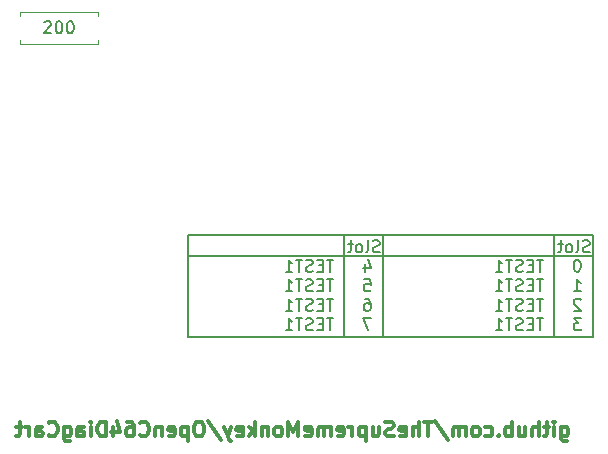
<source format=gbo>
G04 #@! TF.GenerationSoftware,KiCad,Pcbnew,(5.1.6)-1*
G04 #@! TF.CreationDate,2021-11-23T16:53:37-05:00*
G04 #@! TF.ProjectId,OpenC64Cart,4f70656e-4336-4344-9361-72742e6b6963,2*
G04 #@! TF.SameCoordinates,Original*
G04 #@! TF.FileFunction,Legend,Bot*
G04 #@! TF.FilePolarity,Positive*
%FSLAX46Y46*%
G04 Gerber Fmt 4.6, Leading zero omitted, Abs format (unit mm)*
G04 Created by KiCad (PCBNEW (5.1.6)-1) date 2021-11-23 16:53:37*
%MOMM*%
%LPD*%
G01*
G04 APERTURE LIST*
%ADD10C,0.150000*%
%ADD11C,0.300000*%
%ADD12C,0.120000*%
%ADD13O,1.600000X1.600000*%
%ADD14R,1.600000X1.600000*%
%ADD15C,1.600000*%
%ADD16R,1.800000X1.800000*%
%ADD17C,1.800000*%
%ADD18O,1.070000X1.800000*%
%ADD19R,1.070000X1.800000*%
%ADD20C,5.500000*%
%ADD21O,1.501140X2.199640*%
%ADD22C,1.998980*%
%ADD23R,58.420000X8.300000*%
%ADD24R,1.524000X8.000000*%
G04 APERTURE END LIST*
D10*
X93218000Y-102870000D02*
X93218000Y-111506000D01*
X110998000Y-102870000D02*
X110998000Y-111506000D01*
X96232023Y-104292761D02*
X96089166Y-104340380D01*
X95851071Y-104340380D01*
X95755833Y-104292761D01*
X95708214Y-104245142D01*
X95660595Y-104149904D01*
X95660595Y-104054666D01*
X95708214Y-103959428D01*
X95755833Y-103911809D01*
X95851071Y-103864190D01*
X96041547Y-103816571D01*
X96136785Y-103768952D01*
X96184404Y-103721333D01*
X96232023Y-103626095D01*
X96232023Y-103530857D01*
X96184404Y-103435619D01*
X96136785Y-103388000D01*
X96041547Y-103340380D01*
X95803452Y-103340380D01*
X95660595Y-103388000D01*
X95089166Y-104340380D02*
X95184404Y-104292761D01*
X95232023Y-104197523D01*
X95232023Y-103340380D01*
X94565357Y-104340380D02*
X94660595Y-104292761D01*
X94708214Y-104245142D01*
X94755833Y-104149904D01*
X94755833Y-103864190D01*
X94708214Y-103768952D01*
X94660595Y-103721333D01*
X94565357Y-103673714D01*
X94422500Y-103673714D01*
X94327261Y-103721333D01*
X94279642Y-103768952D01*
X94232023Y-103864190D01*
X94232023Y-104149904D01*
X94279642Y-104245142D01*
X94327261Y-104292761D01*
X94422500Y-104340380D01*
X94565357Y-104340380D01*
X93946309Y-103673714D02*
X93565357Y-103673714D01*
X93803452Y-103340380D02*
X93803452Y-104197523D01*
X93755833Y-104292761D01*
X93660595Y-104340380D01*
X93565357Y-104340380D01*
X94993928Y-105323714D02*
X94993928Y-105990380D01*
X95232023Y-104942761D02*
X95470119Y-105657047D01*
X94851071Y-105657047D01*
X92327261Y-104990380D02*
X91755833Y-104990380D01*
X92041547Y-105990380D02*
X92041547Y-104990380D01*
X91422500Y-105466571D02*
X91089166Y-105466571D01*
X90946309Y-105990380D02*
X91422500Y-105990380D01*
X91422500Y-104990380D01*
X90946309Y-104990380D01*
X90565357Y-105942761D02*
X90422500Y-105990380D01*
X90184404Y-105990380D01*
X90089166Y-105942761D01*
X90041547Y-105895142D01*
X89993928Y-105799904D01*
X89993928Y-105704666D01*
X90041547Y-105609428D01*
X90089166Y-105561809D01*
X90184404Y-105514190D01*
X90374880Y-105466571D01*
X90470119Y-105418952D01*
X90517738Y-105371333D01*
X90565357Y-105276095D01*
X90565357Y-105180857D01*
X90517738Y-105085619D01*
X90470119Y-105038000D01*
X90374880Y-104990380D01*
X90136785Y-104990380D01*
X89993928Y-105038000D01*
X89708214Y-104990380D02*
X89136785Y-104990380D01*
X89422500Y-105990380D02*
X89422500Y-104990380D01*
X88279642Y-105990380D02*
X88851071Y-105990380D01*
X88565357Y-105990380D02*
X88565357Y-104990380D01*
X88660595Y-105133238D01*
X88755833Y-105228476D01*
X88851071Y-105276095D01*
X94946309Y-106640380D02*
X95422500Y-106640380D01*
X95470119Y-107116571D01*
X95422500Y-107068952D01*
X95327261Y-107021333D01*
X95089166Y-107021333D01*
X94993928Y-107068952D01*
X94946309Y-107116571D01*
X94898690Y-107211809D01*
X94898690Y-107449904D01*
X94946309Y-107545142D01*
X94993928Y-107592761D01*
X95089166Y-107640380D01*
X95327261Y-107640380D01*
X95422500Y-107592761D01*
X95470119Y-107545142D01*
X92327261Y-106640380D02*
X91755833Y-106640380D01*
X92041547Y-107640380D02*
X92041547Y-106640380D01*
X91422500Y-107116571D02*
X91089166Y-107116571D01*
X90946309Y-107640380D02*
X91422500Y-107640380D01*
X91422500Y-106640380D01*
X90946309Y-106640380D01*
X90565357Y-107592761D02*
X90422500Y-107640380D01*
X90184404Y-107640380D01*
X90089166Y-107592761D01*
X90041547Y-107545142D01*
X89993928Y-107449904D01*
X89993928Y-107354666D01*
X90041547Y-107259428D01*
X90089166Y-107211809D01*
X90184404Y-107164190D01*
X90374880Y-107116571D01*
X90470119Y-107068952D01*
X90517738Y-107021333D01*
X90565357Y-106926095D01*
X90565357Y-106830857D01*
X90517738Y-106735619D01*
X90470119Y-106688000D01*
X90374880Y-106640380D01*
X90136785Y-106640380D01*
X89993928Y-106688000D01*
X89708214Y-106640380D02*
X89136785Y-106640380D01*
X89422500Y-107640380D02*
X89422500Y-106640380D01*
X88279642Y-107640380D02*
X88851071Y-107640380D01*
X88565357Y-107640380D02*
X88565357Y-106640380D01*
X88660595Y-106783238D01*
X88755833Y-106878476D01*
X88851071Y-106926095D01*
X94993928Y-108290380D02*
X95184404Y-108290380D01*
X95279642Y-108338000D01*
X95327261Y-108385619D01*
X95422500Y-108528476D01*
X95470119Y-108718952D01*
X95470119Y-109099904D01*
X95422500Y-109195142D01*
X95374880Y-109242761D01*
X95279642Y-109290380D01*
X95089166Y-109290380D01*
X94993928Y-109242761D01*
X94946309Y-109195142D01*
X94898690Y-109099904D01*
X94898690Y-108861809D01*
X94946309Y-108766571D01*
X94993928Y-108718952D01*
X95089166Y-108671333D01*
X95279642Y-108671333D01*
X95374880Y-108718952D01*
X95422500Y-108766571D01*
X95470119Y-108861809D01*
X92327261Y-108290380D02*
X91755833Y-108290380D01*
X92041547Y-109290380D02*
X92041547Y-108290380D01*
X91422500Y-108766571D02*
X91089166Y-108766571D01*
X90946309Y-109290380D02*
X91422500Y-109290380D01*
X91422500Y-108290380D01*
X90946309Y-108290380D01*
X90565357Y-109242761D02*
X90422500Y-109290380D01*
X90184404Y-109290380D01*
X90089166Y-109242761D01*
X90041547Y-109195142D01*
X89993928Y-109099904D01*
X89993928Y-109004666D01*
X90041547Y-108909428D01*
X90089166Y-108861809D01*
X90184404Y-108814190D01*
X90374880Y-108766571D01*
X90470119Y-108718952D01*
X90517738Y-108671333D01*
X90565357Y-108576095D01*
X90565357Y-108480857D01*
X90517738Y-108385619D01*
X90470119Y-108338000D01*
X90374880Y-108290380D01*
X90136785Y-108290380D01*
X89993928Y-108338000D01*
X89708214Y-108290380D02*
X89136785Y-108290380D01*
X89422500Y-109290380D02*
X89422500Y-108290380D01*
X88279642Y-109290380D02*
X88851071Y-109290380D01*
X88565357Y-109290380D02*
X88565357Y-108290380D01*
X88660595Y-108433238D01*
X88755833Y-108528476D01*
X88851071Y-108576095D01*
X95517738Y-109940380D02*
X94851071Y-109940380D01*
X95279642Y-110940380D01*
X92327261Y-109940380D02*
X91755833Y-109940380D01*
X92041547Y-110940380D02*
X92041547Y-109940380D01*
X91422500Y-110416571D02*
X91089166Y-110416571D01*
X90946309Y-110940380D02*
X91422500Y-110940380D01*
X91422500Y-109940380D01*
X90946309Y-109940380D01*
X90565357Y-110892761D02*
X90422500Y-110940380D01*
X90184404Y-110940380D01*
X90089166Y-110892761D01*
X90041547Y-110845142D01*
X89993928Y-110749904D01*
X89993928Y-110654666D01*
X90041547Y-110559428D01*
X90089166Y-110511809D01*
X90184404Y-110464190D01*
X90374880Y-110416571D01*
X90470119Y-110368952D01*
X90517738Y-110321333D01*
X90565357Y-110226095D01*
X90565357Y-110130857D01*
X90517738Y-110035619D01*
X90470119Y-109988000D01*
X90374880Y-109940380D01*
X90136785Y-109940380D01*
X89993928Y-109988000D01*
X89708214Y-109940380D02*
X89136785Y-109940380D01*
X89422500Y-110940380D02*
X89422500Y-109940380D01*
X88279642Y-110940380D02*
X88851071Y-110940380D01*
X88565357Y-110940380D02*
X88565357Y-109940380D01*
X88660595Y-110083238D01*
X88755833Y-110178476D01*
X88851071Y-110226095D01*
X96520000Y-102870000D02*
X96520000Y-111506000D01*
X114300000Y-104648000D02*
X80010000Y-104648000D01*
X114012023Y-104292761D02*
X113869166Y-104340380D01*
X113631071Y-104340380D01*
X113535833Y-104292761D01*
X113488214Y-104245142D01*
X113440595Y-104149904D01*
X113440595Y-104054666D01*
X113488214Y-103959428D01*
X113535833Y-103911809D01*
X113631071Y-103864190D01*
X113821547Y-103816571D01*
X113916785Y-103768952D01*
X113964404Y-103721333D01*
X114012023Y-103626095D01*
X114012023Y-103530857D01*
X113964404Y-103435619D01*
X113916785Y-103388000D01*
X113821547Y-103340380D01*
X113583452Y-103340380D01*
X113440595Y-103388000D01*
X112869166Y-104340380D02*
X112964404Y-104292761D01*
X113012023Y-104197523D01*
X113012023Y-103340380D01*
X112345357Y-104340380D02*
X112440595Y-104292761D01*
X112488214Y-104245142D01*
X112535833Y-104149904D01*
X112535833Y-103864190D01*
X112488214Y-103768952D01*
X112440595Y-103721333D01*
X112345357Y-103673714D01*
X112202500Y-103673714D01*
X112107261Y-103721333D01*
X112059642Y-103768952D01*
X112012023Y-103864190D01*
X112012023Y-104149904D01*
X112059642Y-104245142D01*
X112107261Y-104292761D01*
X112202500Y-104340380D01*
X112345357Y-104340380D01*
X111726309Y-103673714D02*
X111345357Y-103673714D01*
X111583452Y-103340380D02*
X111583452Y-104197523D01*
X111535833Y-104292761D01*
X111440595Y-104340380D01*
X111345357Y-104340380D01*
X113012023Y-104990380D02*
X112916785Y-104990380D01*
X112821547Y-105038000D01*
X112773928Y-105085619D01*
X112726309Y-105180857D01*
X112678690Y-105371333D01*
X112678690Y-105609428D01*
X112726309Y-105799904D01*
X112773928Y-105895142D01*
X112821547Y-105942761D01*
X112916785Y-105990380D01*
X113012023Y-105990380D01*
X113107261Y-105942761D01*
X113154880Y-105895142D01*
X113202500Y-105799904D01*
X113250119Y-105609428D01*
X113250119Y-105371333D01*
X113202500Y-105180857D01*
X113154880Y-105085619D01*
X113107261Y-105038000D01*
X113012023Y-104990380D01*
X110107261Y-104990380D02*
X109535833Y-104990380D01*
X109821547Y-105990380D02*
X109821547Y-104990380D01*
X109202500Y-105466571D02*
X108869166Y-105466571D01*
X108726309Y-105990380D02*
X109202500Y-105990380D01*
X109202500Y-104990380D01*
X108726309Y-104990380D01*
X108345357Y-105942761D02*
X108202500Y-105990380D01*
X107964404Y-105990380D01*
X107869166Y-105942761D01*
X107821547Y-105895142D01*
X107773928Y-105799904D01*
X107773928Y-105704666D01*
X107821547Y-105609428D01*
X107869166Y-105561809D01*
X107964404Y-105514190D01*
X108154880Y-105466571D01*
X108250119Y-105418952D01*
X108297738Y-105371333D01*
X108345357Y-105276095D01*
X108345357Y-105180857D01*
X108297738Y-105085619D01*
X108250119Y-105038000D01*
X108154880Y-104990380D01*
X107916785Y-104990380D01*
X107773928Y-105038000D01*
X107488214Y-104990380D02*
X106916785Y-104990380D01*
X107202500Y-105990380D02*
X107202500Y-104990380D01*
X106059642Y-105990380D02*
X106631071Y-105990380D01*
X106345357Y-105990380D02*
X106345357Y-104990380D01*
X106440595Y-105133238D01*
X106535833Y-105228476D01*
X106631071Y-105276095D01*
X112678690Y-107640380D02*
X113250119Y-107640380D01*
X112964404Y-107640380D02*
X112964404Y-106640380D01*
X113059642Y-106783238D01*
X113154880Y-106878476D01*
X113250119Y-106926095D01*
X110107261Y-106640380D02*
X109535833Y-106640380D01*
X109821547Y-107640380D02*
X109821547Y-106640380D01*
X109202500Y-107116571D02*
X108869166Y-107116571D01*
X108726309Y-107640380D02*
X109202500Y-107640380D01*
X109202500Y-106640380D01*
X108726309Y-106640380D01*
X108345357Y-107592761D02*
X108202500Y-107640380D01*
X107964404Y-107640380D01*
X107869166Y-107592761D01*
X107821547Y-107545142D01*
X107773928Y-107449904D01*
X107773928Y-107354666D01*
X107821547Y-107259428D01*
X107869166Y-107211809D01*
X107964404Y-107164190D01*
X108154880Y-107116571D01*
X108250119Y-107068952D01*
X108297738Y-107021333D01*
X108345357Y-106926095D01*
X108345357Y-106830857D01*
X108297738Y-106735619D01*
X108250119Y-106688000D01*
X108154880Y-106640380D01*
X107916785Y-106640380D01*
X107773928Y-106688000D01*
X107488214Y-106640380D02*
X106916785Y-106640380D01*
X107202500Y-107640380D02*
X107202500Y-106640380D01*
X106059642Y-107640380D02*
X106631071Y-107640380D01*
X106345357Y-107640380D02*
X106345357Y-106640380D01*
X106440595Y-106783238D01*
X106535833Y-106878476D01*
X106631071Y-106926095D01*
X113250119Y-108385619D02*
X113202500Y-108338000D01*
X113107261Y-108290380D01*
X112869166Y-108290380D01*
X112773928Y-108338000D01*
X112726309Y-108385619D01*
X112678690Y-108480857D01*
X112678690Y-108576095D01*
X112726309Y-108718952D01*
X113297738Y-109290380D01*
X112678690Y-109290380D01*
X110107261Y-108290380D02*
X109535833Y-108290380D01*
X109821547Y-109290380D02*
X109821547Y-108290380D01*
X109202500Y-108766571D02*
X108869166Y-108766571D01*
X108726309Y-109290380D02*
X109202500Y-109290380D01*
X109202500Y-108290380D01*
X108726309Y-108290380D01*
X108345357Y-109242761D02*
X108202500Y-109290380D01*
X107964404Y-109290380D01*
X107869166Y-109242761D01*
X107821547Y-109195142D01*
X107773928Y-109099904D01*
X107773928Y-109004666D01*
X107821547Y-108909428D01*
X107869166Y-108861809D01*
X107964404Y-108814190D01*
X108154880Y-108766571D01*
X108250119Y-108718952D01*
X108297738Y-108671333D01*
X108345357Y-108576095D01*
X108345357Y-108480857D01*
X108297738Y-108385619D01*
X108250119Y-108338000D01*
X108154880Y-108290380D01*
X107916785Y-108290380D01*
X107773928Y-108338000D01*
X107488214Y-108290380D02*
X106916785Y-108290380D01*
X107202500Y-109290380D02*
X107202500Y-108290380D01*
X106059642Y-109290380D02*
X106631071Y-109290380D01*
X106345357Y-109290380D02*
X106345357Y-108290380D01*
X106440595Y-108433238D01*
X106535833Y-108528476D01*
X106631071Y-108576095D01*
X113297738Y-109940380D02*
X112678690Y-109940380D01*
X113012023Y-110321333D01*
X112869166Y-110321333D01*
X112773928Y-110368952D01*
X112726309Y-110416571D01*
X112678690Y-110511809D01*
X112678690Y-110749904D01*
X112726309Y-110845142D01*
X112773928Y-110892761D01*
X112869166Y-110940380D01*
X113154880Y-110940380D01*
X113250119Y-110892761D01*
X113297738Y-110845142D01*
X110107261Y-109940380D02*
X109535833Y-109940380D01*
X109821547Y-110940380D02*
X109821547Y-109940380D01*
X109202500Y-110416571D02*
X108869166Y-110416571D01*
X108726309Y-110940380D02*
X109202500Y-110940380D01*
X109202500Y-109940380D01*
X108726309Y-109940380D01*
X108345357Y-110892761D02*
X108202500Y-110940380D01*
X107964404Y-110940380D01*
X107869166Y-110892761D01*
X107821547Y-110845142D01*
X107773928Y-110749904D01*
X107773928Y-110654666D01*
X107821547Y-110559428D01*
X107869166Y-110511809D01*
X107964404Y-110464190D01*
X108154880Y-110416571D01*
X108250119Y-110368952D01*
X108297738Y-110321333D01*
X108345357Y-110226095D01*
X108345357Y-110130857D01*
X108297738Y-110035619D01*
X108250119Y-109988000D01*
X108154880Y-109940380D01*
X107916785Y-109940380D01*
X107773928Y-109988000D01*
X107488214Y-109940380D02*
X106916785Y-109940380D01*
X107202500Y-110940380D02*
X107202500Y-109940380D01*
X106059642Y-110940380D02*
X106631071Y-110940380D01*
X106345357Y-110940380D02*
X106345357Y-109940380D01*
X106440595Y-110083238D01*
X106535833Y-110178476D01*
X106631071Y-110226095D01*
X80010000Y-111506000D02*
X80010000Y-102870000D01*
X114300000Y-111506000D02*
X80010000Y-111506000D01*
X114300000Y-102870000D02*
X114300000Y-111506000D01*
X80010000Y-102870000D02*
X114300000Y-102870000D01*
D11*
X111608333Y-119112142D02*
X111608333Y-120124047D01*
X111667857Y-120243095D01*
X111727380Y-120302619D01*
X111846428Y-120362142D01*
X112025000Y-120362142D01*
X112144047Y-120302619D01*
X111608333Y-119885952D02*
X111727380Y-119945476D01*
X111965476Y-119945476D01*
X112084523Y-119885952D01*
X112144047Y-119826428D01*
X112203571Y-119707380D01*
X112203571Y-119350238D01*
X112144047Y-119231190D01*
X112084523Y-119171666D01*
X111965476Y-119112142D01*
X111727380Y-119112142D01*
X111608333Y-119171666D01*
X111013095Y-119945476D02*
X111013095Y-119112142D01*
X111013095Y-118695476D02*
X111072619Y-118755000D01*
X111013095Y-118814523D01*
X110953571Y-118755000D01*
X111013095Y-118695476D01*
X111013095Y-118814523D01*
X110596428Y-119112142D02*
X110120238Y-119112142D01*
X110417857Y-118695476D02*
X110417857Y-119766904D01*
X110358333Y-119885952D01*
X110239285Y-119945476D01*
X110120238Y-119945476D01*
X109703571Y-119945476D02*
X109703571Y-118695476D01*
X109167857Y-119945476D02*
X109167857Y-119290714D01*
X109227380Y-119171666D01*
X109346428Y-119112142D01*
X109525000Y-119112142D01*
X109644047Y-119171666D01*
X109703571Y-119231190D01*
X108036904Y-119112142D02*
X108036904Y-119945476D01*
X108572619Y-119112142D02*
X108572619Y-119766904D01*
X108513095Y-119885952D01*
X108394047Y-119945476D01*
X108215476Y-119945476D01*
X108096428Y-119885952D01*
X108036904Y-119826428D01*
X107441666Y-119945476D02*
X107441666Y-118695476D01*
X107441666Y-119171666D02*
X107322619Y-119112142D01*
X107084523Y-119112142D01*
X106965476Y-119171666D01*
X106905952Y-119231190D01*
X106846428Y-119350238D01*
X106846428Y-119707380D01*
X106905952Y-119826428D01*
X106965476Y-119885952D01*
X107084523Y-119945476D01*
X107322619Y-119945476D01*
X107441666Y-119885952D01*
X106310714Y-119826428D02*
X106251190Y-119885952D01*
X106310714Y-119945476D01*
X106370238Y-119885952D01*
X106310714Y-119826428D01*
X106310714Y-119945476D01*
X105179761Y-119885952D02*
X105298809Y-119945476D01*
X105536904Y-119945476D01*
X105655952Y-119885952D01*
X105715476Y-119826428D01*
X105775000Y-119707380D01*
X105775000Y-119350238D01*
X105715476Y-119231190D01*
X105655952Y-119171666D01*
X105536904Y-119112142D01*
X105298809Y-119112142D01*
X105179761Y-119171666D01*
X104465476Y-119945476D02*
X104584523Y-119885952D01*
X104644047Y-119826428D01*
X104703571Y-119707380D01*
X104703571Y-119350238D01*
X104644047Y-119231190D01*
X104584523Y-119171666D01*
X104465476Y-119112142D01*
X104286904Y-119112142D01*
X104167857Y-119171666D01*
X104108333Y-119231190D01*
X104048809Y-119350238D01*
X104048809Y-119707380D01*
X104108333Y-119826428D01*
X104167857Y-119885952D01*
X104286904Y-119945476D01*
X104465476Y-119945476D01*
X103513095Y-119945476D02*
X103513095Y-119112142D01*
X103513095Y-119231190D02*
X103453571Y-119171666D01*
X103334523Y-119112142D01*
X103155952Y-119112142D01*
X103036904Y-119171666D01*
X102977380Y-119290714D01*
X102977380Y-119945476D01*
X102977380Y-119290714D02*
X102917857Y-119171666D01*
X102798809Y-119112142D01*
X102620238Y-119112142D01*
X102501190Y-119171666D01*
X102441666Y-119290714D01*
X102441666Y-119945476D01*
X100953571Y-118635952D02*
X102025000Y-120243095D01*
X100715476Y-118695476D02*
X100001190Y-118695476D01*
X100358333Y-119945476D02*
X100358333Y-118695476D01*
X99584523Y-119945476D02*
X99584523Y-118695476D01*
X99048809Y-119945476D02*
X99048809Y-119290714D01*
X99108333Y-119171666D01*
X99227380Y-119112142D01*
X99405952Y-119112142D01*
X99525000Y-119171666D01*
X99584523Y-119231190D01*
X97977380Y-119885952D02*
X98096428Y-119945476D01*
X98334523Y-119945476D01*
X98453571Y-119885952D01*
X98513095Y-119766904D01*
X98513095Y-119290714D01*
X98453571Y-119171666D01*
X98334523Y-119112142D01*
X98096428Y-119112142D01*
X97977380Y-119171666D01*
X97917857Y-119290714D01*
X97917857Y-119409761D01*
X98513095Y-119528809D01*
X97441666Y-119885952D02*
X97263095Y-119945476D01*
X96965476Y-119945476D01*
X96846428Y-119885952D01*
X96786904Y-119826428D01*
X96727380Y-119707380D01*
X96727380Y-119588333D01*
X96786904Y-119469285D01*
X96846428Y-119409761D01*
X96965476Y-119350238D01*
X97203571Y-119290714D01*
X97322619Y-119231190D01*
X97382142Y-119171666D01*
X97441666Y-119052619D01*
X97441666Y-118933571D01*
X97382142Y-118814523D01*
X97322619Y-118755000D01*
X97203571Y-118695476D01*
X96905952Y-118695476D01*
X96727380Y-118755000D01*
X95655952Y-119112142D02*
X95655952Y-119945476D01*
X96191666Y-119112142D02*
X96191666Y-119766904D01*
X96132142Y-119885952D01*
X96013095Y-119945476D01*
X95834523Y-119945476D01*
X95715476Y-119885952D01*
X95655952Y-119826428D01*
X95060714Y-119112142D02*
X95060714Y-120362142D01*
X95060714Y-119171666D02*
X94941666Y-119112142D01*
X94703571Y-119112142D01*
X94584523Y-119171666D01*
X94525000Y-119231190D01*
X94465476Y-119350238D01*
X94465476Y-119707380D01*
X94525000Y-119826428D01*
X94584523Y-119885952D01*
X94703571Y-119945476D01*
X94941666Y-119945476D01*
X95060714Y-119885952D01*
X93929761Y-119945476D02*
X93929761Y-119112142D01*
X93929761Y-119350238D02*
X93870238Y-119231190D01*
X93810714Y-119171666D01*
X93691666Y-119112142D01*
X93572619Y-119112142D01*
X92679761Y-119885952D02*
X92798809Y-119945476D01*
X93036904Y-119945476D01*
X93155952Y-119885952D01*
X93215476Y-119766904D01*
X93215476Y-119290714D01*
X93155952Y-119171666D01*
X93036904Y-119112142D01*
X92798809Y-119112142D01*
X92679761Y-119171666D01*
X92620238Y-119290714D01*
X92620238Y-119409761D01*
X93215476Y-119528809D01*
X92084523Y-119945476D02*
X92084523Y-119112142D01*
X92084523Y-119231190D02*
X92025000Y-119171666D01*
X91905952Y-119112142D01*
X91727380Y-119112142D01*
X91608333Y-119171666D01*
X91548809Y-119290714D01*
X91548809Y-119945476D01*
X91548809Y-119290714D02*
X91489285Y-119171666D01*
X91370238Y-119112142D01*
X91191666Y-119112142D01*
X91072619Y-119171666D01*
X91013095Y-119290714D01*
X91013095Y-119945476D01*
X89941666Y-119885952D02*
X90060714Y-119945476D01*
X90298809Y-119945476D01*
X90417857Y-119885952D01*
X90477380Y-119766904D01*
X90477380Y-119290714D01*
X90417857Y-119171666D01*
X90298809Y-119112142D01*
X90060714Y-119112142D01*
X89941666Y-119171666D01*
X89882142Y-119290714D01*
X89882142Y-119409761D01*
X90477380Y-119528809D01*
X89346428Y-119945476D02*
X89346428Y-118695476D01*
X88929761Y-119588333D01*
X88513095Y-118695476D01*
X88513095Y-119945476D01*
X87739285Y-119945476D02*
X87858333Y-119885952D01*
X87917857Y-119826428D01*
X87977380Y-119707380D01*
X87977380Y-119350238D01*
X87917857Y-119231190D01*
X87858333Y-119171666D01*
X87739285Y-119112142D01*
X87560714Y-119112142D01*
X87441666Y-119171666D01*
X87382142Y-119231190D01*
X87322619Y-119350238D01*
X87322619Y-119707380D01*
X87382142Y-119826428D01*
X87441666Y-119885952D01*
X87560714Y-119945476D01*
X87739285Y-119945476D01*
X86786904Y-119112142D02*
X86786904Y-119945476D01*
X86786904Y-119231190D02*
X86727380Y-119171666D01*
X86608333Y-119112142D01*
X86429761Y-119112142D01*
X86310714Y-119171666D01*
X86251190Y-119290714D01*
X86251190Y-119945476D01*
X85655952Y-119945476D02*
X85655952Y-118695476D01*
X85536904Y-119469285D02*
X85179761Y-119945476D01*
X85179761Y-119112142D02*
X85655952Y-119588333D01*
X84167857Y-119885952D02*
X84286904Y-119945476D01*
X84525000Y-119945476D01*
X84644047Y-119885952D01*
X84703571Y-119766904D01*
X84703571Y-119290714D01*
X84644047Y-119171666D01*
X84525000Y-119112142D01*
X84286904Y-119112142D01*
X84167857Y-119171666D01*
X84108333Y-119290714D01*
X84108333Y-119409761D01*
X84703571Y-119528809D01*
X83691666Y-119112142D02*
X83394047Y-119945476D01*
X83096428Y-119112142D02*
X83394047Y-119945476D01*
X83513095Y-120243095D01*
X83572619Y-120302619D01*
X83691666Y-120362142D01*
X81727380Y-118635952D02*
X82798809Y-120243095D01*
X81072619Y-118695476D02*
X80834523Y-118695476D01*
X80715476Y-118755000D01*
X80596428Y-118874047D01*
X80536904Y-119112142D01*
X80536904Y-119528809D01*
X80596428Y-119766904D01*
X80715476Y-119885952D01*
X80834523Y-119945476D01*
X81072619Y-119945476D01*
X81191666Y-119885952D01*
X81310714Y-119766904D01*
X81370238Y-119528809D01*
X81370238Y-119112142D01*
X81310714Y-118874047D01*
X81191666Y-118755000D01*
X81072619Y-118695476D01*
X80001190Y-119112142D02*
X80001190Y-120362142D01*
X80001190Y-119171666D02*
X79882142Y-119112142D01*
X79644047Y-119112142D01*
X79525000Y-119171666D01*
X79465476Y-119231190D01*
X79405952Y-119350238D01*
X79405952Y-119707380D01*
X79465476Y-119826428D01*
X79525000Y-119885952D01*
X79644047Y-119945476D01*
X79882142Y-119945476D01*
X80001190Y-119885952D01*
X78394047Y-119885952D02*
X78513095Y-119945476D01*
X78751190Y-119945476D01*
X78870238Y-119885952D01*
X78929761Y-119766904D01*
X78929761Y-119290714D01*
X78870238Y-119171666D01*
X78751190Y-119112142D01*
X78513095Y-119112142D01*
X78394047Y-119171666D01*
X78334523Y-119290714D01*
X78334523Y-119409761D01*
X78929761Y-119528809D01*
X77798809Y-119112142D02*
X77798809Y-119945476D01*
X77798809Y-119231190D02*
X77739285Y-119171666D01*
X77620238Y-119112142D01*
X77441666Y-119112142D01*
X77322619Y-119171666D01*
X77263095Y-119290714D01*
X77263095Y-119945476D01*
X75953571Y-119826428D02*
X76013095Y-119885952D01*
X76191666Y-119945476D01*
X76310714Y-119945476D01*
X76489285Y-119885952D01*
X76608333Y-119766904D01*
X76667857Y-119647857D01*
X76727380Y-119409761D01*
X76727380Y-119231190D01*
X76667857Y-118993095D01*
X76608333Y-118874047D01*
X76489285Y-118755000D01*
X76310714Y-118695476D01*
X76191666Y-118695476D01*
X76013095Y-118755000D01*
X75953571Y-118814523D01*
X74882142Y-118695476D02*
X75120238Y-118695476D01*
X75239285Y-118755000D01*
X75298809Y-118814523D01*
X75417857Y-118993095D01*
X75477380Y-119231190D01*
X75477380Y-119707380D01*
X75417857Y-119826428D01*
X75358333Y-119885952D01*
X75239285Y-119945476D01*
X75001190Y-119945476D01*
X74882142Y-119885952D01*
X74822619Y-119826428D01*
X74763095Y-119707380D01*
X74763095Y-119409761D01*
X74822619Y-119290714D01*
X74882142Y-119231190D01*
X75001190Y-119171666D01*
X75239285Y-119171666D01*
X75358333Y-119231190D01*
X75417857Y-119290714D01*
X75477380Y-119409761D01*
X73691666Y-119112142D02*
X73691666Y-119945476D01*
X73989285Y-118635952D02*
X74286904Y-119528809D01*
X73513095Y-119528809D01*
X73036904Y-119945476D02*
X73036904Y-118695476D01*
X72739285Y-118695476D01*
X72560714Y-118755000D01*
X72441666Y-118874047D01*
X72382142Y-118993095D01*
X72322619Y-119231190D01*
X72322619Y-119409761D01*
X72382142Y-119647857D01*
X72441666Y-119766904D01*
X72560714Y-119885952D01*
X72739285Y-119945476D01*
X73036904Y-119945476D01*
X71786904Y-119945476D02*
X71786904Y-119112142D01*
X71786904Y-118695476D02*
X71846428Y-118755000D01*
X71786904Y-118814523D01*
X71727380Y-118755000D01*
X71786904Y-118695476D01*
X71786904Y-118814523D01*
X70655952Y-119945476D02*
X70655952Y-119290714D01*
X70715476Y-119171666D01*
X70834523Y-119112142D01*
X71072619Y-119112142D01*
X71191666Y-119171666D01*
X70655952Y-119885952D02*
X70775000Y-119945476D01*
X71072619Y-119945476D01*
X71191666Y-119885952D01*
X71251190Y-119766904D01*
X71251190Y-119647857D01*
X71191666Y-119528809D01*
X71072619Y-119469285D01*
X70775000Y-119469285D01*
X70655952Y-119409761D01*
X69525000Y-119112142D02*
X69525000Y-120124047D01*
X69584523Y-120243095D01*
X69644047Y-120302619D01*
X69763095Y-120362142D01*
X69941666Y-120362142D01*
X70060714Y-120302619D01*
X69525000Y-119885952D02*
X69644047Y-119945476D01*
X69882142Y-119945476D01*
X70001190Y-119885952D01*
X70060714Y-119826428D01*
X70120238Y-119707380D01*
X70120238Y-119350238D01*
X70060714Y-119231190D01*
X70001190Y-119171666D01*
X69882142Y-119112142D01*
X69644047Y-119112142D01*
X69525000Y-119171666D01*
X68215476Y-119826428D02*
X68275000Y-119885952D01*
X68453571Y-119945476D01*
X68572619Y-119945476D01*
X68751190Y-119885952D01*
X68870238Y-119766904D01*
X68929761Y-119647857D01*
X68989285Y-119409761D01*
X68989285Y-119231190D01*
X68929761Y-118993095D01*
X68870238Y-118874047D01*
X68751190Y-118755000D01*
X68572619Y-118695476D01*
X68453571Y-118695476D01*
X68275000Y-118755000D01*
X68215476Y-118814523D01*
X67144047Y-119945476D02*
X67144047Y-119290714D01*
X67203571Y-119171666D01*
X67322619Y-119112142D01*
X67560714Y-119112142D01*
X67679761Y-119171666D01*
X67144047Y-119885952D02*
X67263095Y-119945476D01*
X67560714Y-119945476D01*
X67679761Y-119885952D01*
X67739285Y-119766904D01*
X67739285Y-119647857D01*
X67679761Y-119528809D01*
X67560714Y-119469285D01*
X67263095Y-119469285D01*
X67144047Y-119409761D01*
X66548809Y-119945476D02*
X66548809Y-119112142D01*
X66548809Y-119350238D02*
X66489285Y-119231190D01*
X66429761Y-119171666D01*
X66310714Y-119112142D01*
X66191666Y-119112142D01*
X65953571Y-119112142D02*
X65477380Y-119112142D01*
X65775000Y-118695476D02*
X65775000Y-119766904D01*
X65715476Y-119885952D01*
X65596428Y-119945476D01*
X65477380Y-119945476D01*
D12*
X65818000Y-86714000D02*
X65818000Y-86384000D01*
X72358000Y-86714000D02*
X65818000Y-86714000D01*
X72358000Y-86384000D02*
X72358000Y-86714000D01*
X65818000Y-83974000D02*
X65818000Y-84304000D01*
X72358000Y-83974000D02*
X65818000Y-83974000D01*
X72358000Y-84304000D02*
X72358000Y-83974000D01*
D10*
X67849904Y-84891619D02*
X67897523Y-84844000D01*
X67992761Y-84796380D01*
X68230857Y-84796380D01*
X68326095Y-84844000D01*
X68373714Y-84891619D01*
X68421333Y-84986857D01*
X68421333Y-85082095D01*
X68373714Y-85224952D01*
X67802285Y-85796380D01*
X68421333Y-85796380D01*
X69040380Y-84796380D02*
X69135619Y-84796380D01*
X69230857Y-84844000D01*
X69278476Y-84891619D01*
X69326095Y-84986857D01*
X69373714Y-85177333D01*
X69373714Y-85415428D01*
X69326095Y-85605904D01*
X69278476Y-85701142D01*
X69230857Y-85748761D01*
X69135619Y-85796380D01*
X69040380Y-85796380D01*
X68945142Y-85748761D01*
X68897523Y-85701142D01*
X68849904Y-85605904D01*
X68802285Y-85415428D01*
X68802285Y-85177333D01*
X68849904Y-84986857D01*
X68897523Y-84891619D01*
X68945142Y-84844000D01*
X69040380Y-84796380D01*
X69992761Y-84796380D02*
X70088000Y-84796380D01*
X70183238Y-84844000D01*
X70230857Y-84891619D01*
X70278476Y-84986857D01*
X70326095Y-85177333D01*
X70326095Y-85415428D01*
X70278476Y-85605904D01*
X70230857Y-85701142D01*
X70183238Y-85748761D01*
X70088000Y-85796380D01*
X69992761Y-85796380D01*
X69897523Y-85748761D01*
X69849904Y-85701142D01*
X69802285Y-85605904D01*
X69754666Y-85415428D01*
X69754666Y-85177333D01*
X69802285Y-84986857D01*
X69849904Y-84891619D01*
X69897523Y-84844000D01*
X69992761Y-84796380D01*
%LPC*%
D13*
X66040000Y-87630000D03*
X81280000Y-95250000D03*
X68580000Y-87630000D03*
X78740000Y-95250000D03*
X71120000Y-87630000D03*
X76200000Y-95250000D03*
X73660000Y-87630000D03*
X73660000Y-95250000D03*
X76200000Y-87630000D03*
X71120000Y-95250000D03*
X78740000Y-87630000D03*
X68580000Y-95250000D03*
X81280000Y-87630000D03*
D14*
X66040000Y-95250000D03*
D15*
X72898000Y-85344000D03*
D13*
X65278000Y-85344000D03*
D16*
X67310000Y-82042000D03*
D17*
X64770000Y-82042000D03*
D18*
X74422000Y-82042000D03*
X73152000Y-82042000D03*
X71882000Y-82042000D03*
D19*
X70612000Y-82042000D03*
D15*
X115062000Y-92018328D03*
G36*
G01*
X109837577Y-96402140D02*
X109837577Y-96402140D01*
G75*
G02*
X109738971Y-97529206I-612836J-514230D01*
G01*
X109738971Y-97529206D01*
G75*
G02*
X108611905Y-97430600I-514230J612836D01*
G01*
X108611905Y-97430600D01*
G75*
G02*
X108710511Y-96303534I612836J514230D01*
G01*
X108710511Y-96303534D01*
G75*
G02*
X109837577Y-96402140I514230J-612836D01*
G01*
G37*
X106426000Y-92018328D03*
G36*
G01*
X101201577Y-96402140D02*
X101201577Y-96402140D01*
G75*
G02*
X101102971Y-97529206I-612836J-514230D01*
G01*
X101102971Y-97529206D01*
G75*
G02*
X99975905Y-97430600I-514230J612836D01*
G01*
X99975905Y-97430600D01*
G75*
G02*
X100074511Y-96303534I612836J514230D01*
G01*
X100074511Y-96303534D01*
G75*
G02*
X101201577Y-96402140I514230J-612836D01*
G01*
G37*
X93373152Y-92018328D03*
G36*
G01*
X88148729Y-96402140D02*
X88148729Y-96402140D01*
G75*
G02*
X88050123Y-97529206I-612836J-514230D01*
G01*
X88050123Y-97529206D01*
G75*
G02*
X86923057Y-97430600I-514230J612836D01*
G01*
X86923057Y-97430600D01*
G75*
G02*
X87021663Y-96303534I612836J514230D01*
G01*
X87021663Y-96303534D01*
G75*
G02*
X88148729Y-96402140I514230J-612836D01*
G01*
G37*
D20*
X88900000Y-87040000D03*
D14*
X63500000Y-100330000D03*
D13*
X71120000Y-115570000D03*
X63500000Y-102870000D03*
X71120000Y-113030000D03*
X63500000Y-105410000D03*
X71120000Y-110490000D03*
X63500000Y-107950000D03*
X71120000Y-107950000D03*
X63500000Y-110490000D03*
X71120000Y-105410000D03*
X63500000Y-113030000D03*
X71120000Y-102870000D03*
X63500000Y-115570000D03*
X71120000Y-100330000D03*
D14*
X113030000Y-81280000D03*
D13*
X105410000Y-88900000D03*
X110490000Y-81280000D03*
X107950000Y-88900000D03*
X107950000Y-81280000D03*
X110490000Y-88900000D03*
X105410000Y-81280000D03*
X113030000Y-88900000D03*
G36*
G01*
X92565577Y-96402140D02*
X92565577Y-96402140D01*
G75*
G02*
X92466971Y-97529206I-612836J-514230D01*
G01*
X92466971Y-97529206D01*
G75*
G02*
X91339905Y-97430600I-514230J612836D01*
G01*
X91339905Y-97430600D01*
G75*
G02*
X91438511Y-96303534I612836J514230D01*
G01*
X91438511Y-96303534D01*
G75*
G02*
X92565577Y-96402140I514230J-612836D01*
G01*
G37*
D15*
X97790000Y-92018328D03*
G36*
G01*
X96883577Y-96402140D02*
X96883577Y-96402140D01*
G75*
G02*
X96784971Y-97529206I-612836J-514230D01*
G01*
X96784971Y-97529206D01*
G75*
G02*
X95657905Y-97430600I-514230J612836D01*
G01*
X95657905Y-97430600D01*
G75*
G02*
X95756511Y-96303534I612836J514230D01*
G01*
X95756511Y-96303534D01*
G75*
G02*
X96883577Y-96402140I514230J-612836D01*
G01*
G37*
X102108000Y-92018328D03*
G36*
G01*
X105519577Y-96402140D02*
X105519577Y-96402140D01*
G75*
G02*
X105420971Y-97529206I-612836J-514230D01*
G01*
X105420971Y-97529206D01*
G75*
G02*
X104293905Y-97430600I-514230J612836D01*
G01*
X104293905Y-97430600D01*
G75*
G02*
X104392511Y-96303534I612836J514230D01*
G01*
X104392511Y-96303534D01*
G75*
G02*
X105519577Y-96402140I514230J-612836D01*
G01*
G37*
X110744000Y-92018328D03*
D21*
X80010000Y-115570000D03*
X82550000Y-115570000D03*
X85090000Y-115570000D03*
X87630000Y-115570000D03*
X90170000Y-115570000D03*
X92710000Y-115570000D03*
X95250000Y-115570000D03*
X97790000Y-115570000D03*
X100330000Y-115570000D03*
X102870000Y-115570000D03*
X105410000Y-115570000D03*
X107950000Y-115570000D03*
X110490000Y-115570000D03*
X113030000Y-115570000D03*
X113030000Y-100330000D03*
X110490000Y-100330000D03*
X107950000Y-100330000D03*
X105410000Y-100330000D03*
X102870000Y-100330000D03*
X100330000Y-100330000D03*
X97790000Y-100330000D03*
X95250000Y-100330000D03*
X92710000Y-100330000D03*
X90170000Y-100330000D03*
X87630000Y-100330000D03*
X85090000Y-100330000D03*
X82550000Y-100330000D03*
X80010000Y-100330000D03*
D15*
X76200000Y-105350000D03*
X76200000Y-100350000D03*
D22*
X95539560Y-81838800D03*
X95539560Y-88341200D03*
X100040440Y-81838800D03*
X100040440Y-88341200D03*
D23*
X88900000Y-125730000D03*
D24*
X90170000Y-125601726D03*
X92710000Y-125601726D03*
X100330000Y-125601726D03*
X97790000Y-125601726D03*
X95250000Y-125601726D03*
X115570000Y-125601726D03*
X113030000Y-125601726D03*
X110490000Y-125601726D03*
X107950000Y-125601726D03*
X105410000Y-125601726D03*
X102870000Y-125601726D03*
X62230000Y-125601726D03*
X72390000Y-125601726D03*
X69850000Y-125601726D03*
X67310000Y-125601726D03*
X64770000Y-125601726D03*
X87630000Y-125601726D03*
X85090000Y-125601726D03*
X82550000Y-125601726D03*
X80010000Y-125601726D03*
X77470000Y-125601726D03*
X74930000Y-125601726D03*
M02*

</source>
